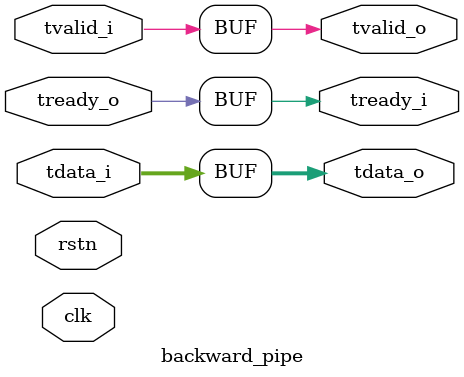
<source format=v>
module backward_pipe #(
    parameter DATA_WIDTH = 8,
    parameter PIPE_EN    = 0
)(
    input                       clk,
    input                       rstn,

    input      [DATA_WIDTH-1:0] tdata_i,
    input                       tvalid_i,
    output reg                  tready_i,

    output     [DATA_WIDTH-1:0] tdata_o,
    output reg                  tvalid_o,
    input                       tready_o
);

generate
    if (PIPE_EN == 0) begin : pipe_byp  // Bypass mode
        assign tdata_o  = tdata_i;
        assign tvalid_o = tvalid_i;
        assign tready_i = tready_o;
    end
    else begin : pipe_imp  // Pipeline implementation
        reg                  tready_r;
        reg [DATA_WIDTH-1:0] tdata_r;

        always @(posedge clk or negedge rstn) begin
            if (!rstn) begin
                tready_r <= 1'b1;
                tdata_r  <= {DATA_WIDTH{1'b0}};
            end
            else begin
                if (tready_o) begin                 //Read while writing or only Read ,set buf empty
                    tready_r <= 1'b1;
                end
                else if (tvalid_i && tready_r) begin//Only Write ,set buf unempty，and register data
                    tready_r <= 1'b0;
                    tdata_r  <= tdata_i;
                end
            end
        end

        assign tdata_o  = tready_r ? tdata_i : tdata_r;
        assign tvalid_o = tready_r ? tvalid_i : 1'b1;
        assign tready_i = tready_r;
    end
endgenerate

endmodule
</source>
